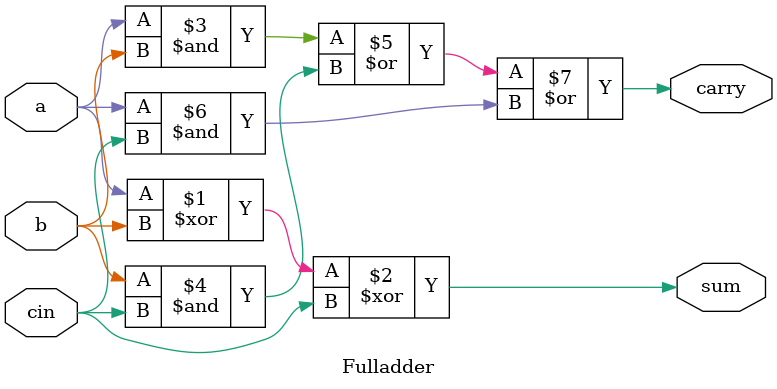
<source format=v>
module Fulladder (
    input  wire a, b, cin,   // Inputs
    output wire sum, carry   // Outputs
);

    // Logic equations
    assign sum   = a ^ b ^ cin;                  // XOR for sum
    assign carry = (a & b) | (b & cin) | (a & cin); // Majority function for carry

endmodule


</source>
